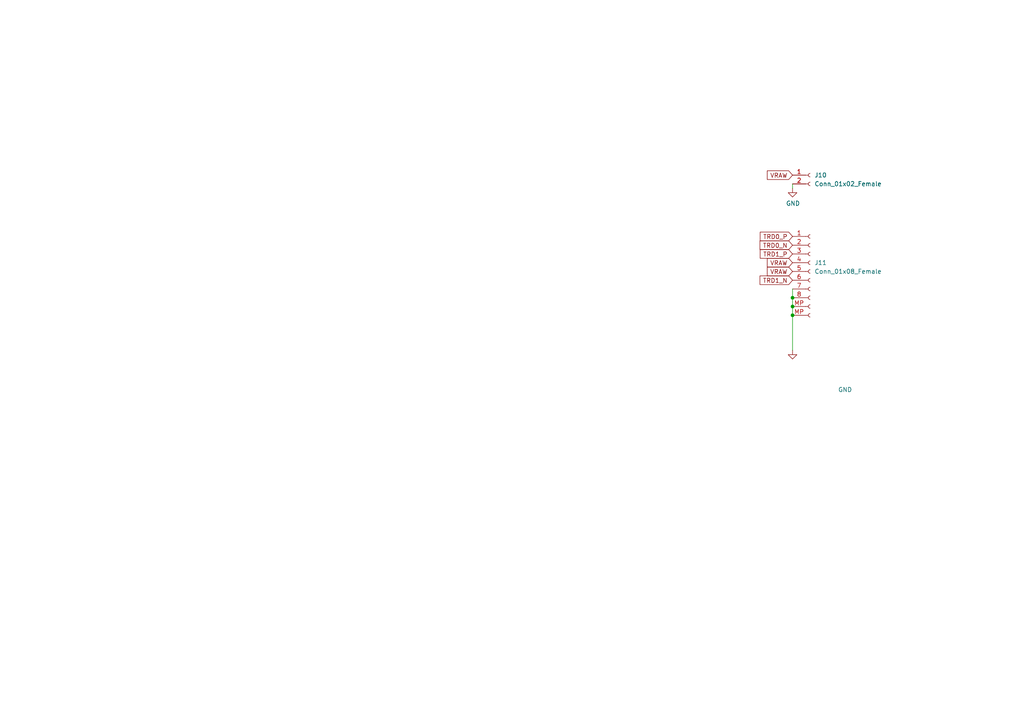
<source format=kicad_sch>
(kicad_sch (version 20211123) (generator eeschema)
  (paper "A4")
  (lib_symbols
    (symbol "Connector:Conn_01x02_Female" (pin_names (offset 1.016) hide)
      (property "Reference" "J" (at 0 2.54 0))
      (property "Value" "Conn_01x02_Female" (at 0 -5.08 0))
      (symbol "Conn_01x02_Female_1_1"
        (arc (start 0 -2.032) (mid -0.508 -2.54) (end 0 -3.048) (stroke (width 0.1524)))
        (polyline (pts (xy -1.27 -2.54) (xy -0.508 -2.54)) (stroke (width 0.1524)))
        (polyline (pts (xy -1.27 0) (xy -0.508 0)) (stroke (width 0.1524)))
        (arc (start 0 0.508) (mid -0.508 0) (end 0 -0.508) (stroke (width 0.1524)))
        (pin passive line (at -5.08 0 0) (length 3.81) (name "Pin_1") (number "1"))
        (pin passive line (at -5.08 -2.54 0) (length 3.81) (name "Pin_2") (number "2"))
      )
    )
    (symbol "Connector:Conn_01x08_Female" (pin_names (offset 1.016) hide)
      (property "Reference" "J3" (at 1.27 0.0001 0))
      (property "Value" "Conn_01x08_Female" (at 1.27 -2.5399 0))
      (symbol "Conn_01x08_Female_1_1"
        (arc (start 0 -14.732) (mid -0.508 -15.24) (end 0 -15.748) (stroke (width 0.1524)))
        (arc (start 0 -12.192) (mid -0.508 -12.7) (end 0 -13.208) (stroke (width 0.1524)))
        (arc (start 0 -9.652) (mid -0.508 -10.16) (end 0 -10.668) (stroke (width 0.1524)))
        (arc (start 0 -7.112) (mid -0.508 -7.62) (end 0 -8.128) (stroke (width 0.1524)))
        (arc (start 0 -4.572) (mid -0.508 -5.08) (end 0 -5.588) (stroke (width 0.1524)))
        (arc (start 0 -2.032) (mid -0.508 -2.54) (end 0 -3.048) (stroke (width 0.1524)))
        (polyline (pts (xy -1.27 -15.24) (xy -0.508 -15.24)) (stroke (width 0.1524)))
        (polyline (pts (xy -1.27 -12.7) (xy -0.508 -12.7)) (stroke (width 0.1524)))
        (polyline (pts (xy -1.27 -10.16) (xy -0.508 -10.16)) (stroke (width 0.1524)))
        (polyline (pts (xy -1.27 -7.62) (xy -0.508 -7.62)) (stroke (width 0.1524)))
        (polyline (pts (xy -1.27 -5.08) (xy -0.508 -5.08)) (stroke (width 0.1524)))
        (polyline (pts (xy -1.27 -2.54) (xy -0.508 -2.54)) (stroke (width 0.1524)))
        (polyline (pts (xy -1.27 0) (xy -0.508 0)) (stroke (width 0.1524)))
        (polyline (pts (xy -1.27 2.54) (xy -0.508 2.54)) (stroke (width 0.1524)))
        (polyline (pts (xy -1.27 5.08) (xy -0.508 5.08)) (stroke (width 0.1524)))
        (polyline (pts (xy -1.27 7.62) (xy -0.508 7.62)) (stroke (width 0.1524)))
        (arc (start 0 0.508) (mid -0.508 0) (end 0 -0.508) (stroke (width 0.1524)))
        (arc (start 0 3.048) (mid -0.508 2.54) (end 0 2.032) (stroke (width 0.1524)))
        (arc (start 0 5.588) (mid -0.508 5.08) (end 0 4.572) (stroke (width 0.1524)))
        (arc (start 0 8.128) (mid -0.508 7.62) (end 0 7.112) (stroke (width 0.1524)))
        (pin passive line (at -5.08 7.62 0) (length 3.81) (name "Pin_1") (number "1"))
        (pin passive line (at -5.08 5.08 0) (length 3.81) (name "Pin_2") (number "2"))
        (pin passive line (at -5.08 2.54 0) (length 3.81) (name "Pin_3") (number "3"))
        (pin passive line (at -5.08 0 0) (length 3.81) (name "Pin_4") (number "4"))
        (pin passive line (at -5.08 -2.54 0) (length 3.81) (name "Pin_5") (number "5"))
        (pin passive line (at -5.08 -5.08 0) (length 3.81) (name "Pin_6") (number "6"))
        (pin passive line (at -5.08 -7.62 0) (length 3.81) (name "Pin_7") (number "7"))
        (pin passive line (at -5.08 -10.16 0) (length 3.81) (name "Pin_8") (number "8"))
        (pin passive line (at -5.08 -15.24 0) (length 3.81) (name "MP") (number "MP"))
        (pin passive line (at -5.08 -12.7 0) (length 3.81) (name "MP") (number "MP"))
      )
    )
    (symbol "power:GND" (power) (pin_names (offset 0))
      (property "Value" "GND" (at 0 -3.81 0))
      (symbol "GND_0_1"
        (polyline (pts (xy 0 0) (xy 0 -1.27) (xy 1.27 -1.27) (xy 0 -2.54) (xy -1.27 -1.27) (xy 0 -1.27)))
      )
      (symbol "GND_1_1"
        (pin power_in line (at 0 0 270) (length 0) hide (name "GND") (number "1"))
      )
    )
  )
  (junction (at 229.87 86.36))
  (junction (at 229.87 91.44))
  (junction (at 229.87 88.9))
  (wire (pts (xy 229.87 91.44) (xy 229.87 101.6)))
  (wire (pts (xy 229.87 53.34) (xy 229.87 54.61)))
  (wire (pts (xy 229.87 88.9) (xy 229.87 91.44)))
  (wire (pts (xy 229.87 86.36) (xy 229.87 88.9)))
  (wire (pts (xy 229.87 83.82) (xy 229.87 86.36)))
  (global_label "TRD1_N" (shape input) (at 229.87 81.28 180) (property "Intersheet References" "${INTERSHEET_REFS}" (effects hide)))
  (global_label "VRAW" (shape input) (at 229.87 76.2 180) (property "Intersheet References" "${INTERSHEET_REFS}" (effects hide)))
  (global_label "TRD1_P" (shape input) (at 229.87 73.66 180) (property "Intersheet References" "${INTERSHEET_REFS}" (effects hide)))
  (global_label "VRAW" (shape input) (at 229.87 50.8 180) (property "Intersheet References" "${INTERSHEET_REFS}" (effects hide)))
  (global_label "VRAW" (shape input) (at 229.87 78.74 180) (property "Intersheet References" "${INTERSHEET_REFS}" (effects hide)))
  (global_label "TRD0_P" (shape input) (at 229.87 68.58 180) (property "Intersheet References" "${INTERSHEET_REFS}" (effects hide)))
  (global_label "TRD0_N" (shape input) (at 229.87 71.12 180) (property "Intersheet References" "${INTERSHEET_REFS}" (effects hide)))
  (symbol (lib_id "Connector:Conn_01x08_Female") (at 234.95 76.2 0) (unit 1)
    (property "Reference" "J11" (at 236.22 76.1999 0) (effects (justify left)))
    (property "Value" "Conn_01x08_Female" (at 236.22 78.7399 0) (effects (justify left)))
    (property "Footprint" "Connector_JST:JST_SH_BM08B-SRSS-TB_1x08-1MP_P1.00mm_Vertical" (effects hide))
  )
  (symbol (lib_id "power:GND") (at 229.87 54.61 0) (unit 1)
    (property "Reference" "#PWR0154" (effects hide))
    (property "Value" "GND" (at 229.997 59.0042 0))
  )
  (symbol (lib_id "Connector:Conn_01x02_Female") (at 234.95 50.8 0) (unit 1)
    (property "Reference" "J10" (at 236.22 50.7999 0) (effects (justify left)))
    (property "Value" "Conn_01x02_Female" (at 236.22 53.3399 0) (effects (justify left)))
    (property "Footprint" "Connector_JST:JST_PH_B2B-PH-K_1x02_P2.00mm_Vertical" (effects hide))
  )
  (symbol (lib_id "power:GND") (at 229.87 101.6 0) (unit 1)
    (property "Reference" "#PWR0161" (effects hide))
    (property "Value" "GND" (at 245.11 113.03 0))
  )
)
</source>
